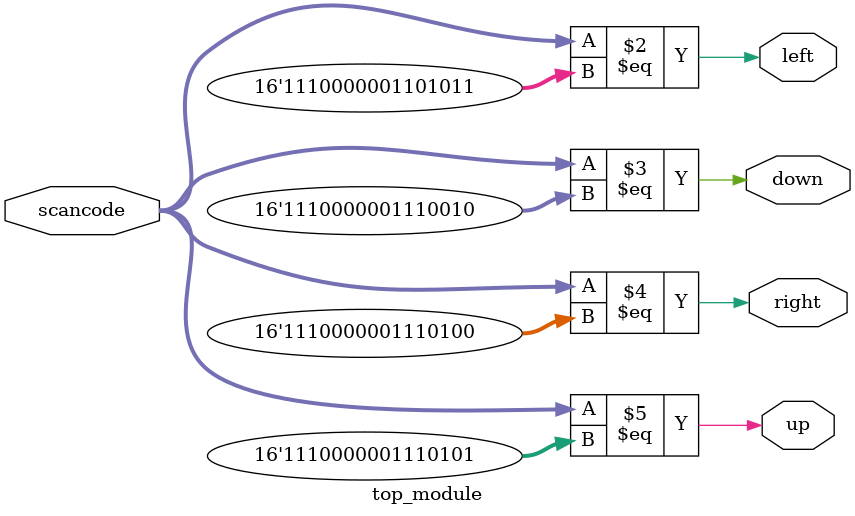
<source format=v>
module top_module (
    input [15:0] scancode,
    output reg left,
    output reg down,
    output reg right,
    output reg up  ); 
    always@(*) begin
        
        left = (scancode==16'he06b);
        down = (scancode==16'he072);
        right = (scancode==16'he074);
        up = (scancode==16'he075);
    end
endmodule

</source>
